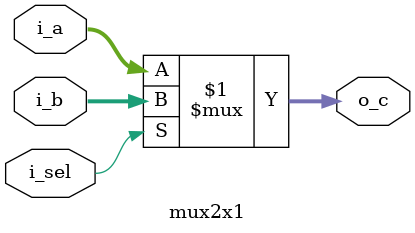
<source format=sv>
`timescale 1ns / 1ps
module mux2x1(i_a,
              i_b,
              i_sel,
              o_c);

parameter width_a = 32;
parameter width_b = 32;
parameter width_c = 32;

input [width_a-1:0] i_a;
input [width_b-1:0] i_b;
input i_sel;

output wire [width_c-1:0] o_c;

assign o_c = i_sel ? i_b : i_a;

endmodule

</source>
